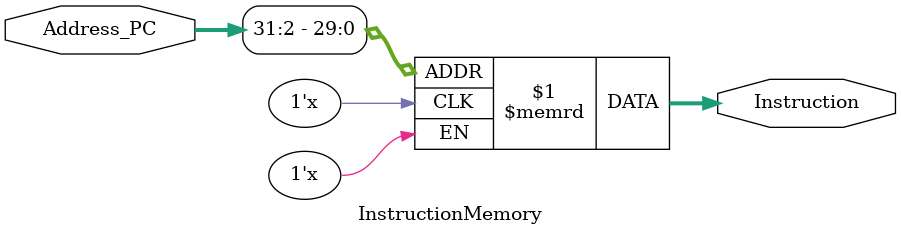
<source format=sv>
module InstructionMemory (
    input logic [31:0] Address_PC,

    output logic [31:0] Instruction
);

    // Declaración del Banco de Memoria (Instrucciones)
    // Se define un tamaño de 1024 palabras (4 KB de memoria de instrucciones)
    localparam MEM_SIZE = 1024; //por que 1024 y no mas o menos???
    logic [31:0] mem [MEM_SIZE-1:0];

    // Lógica Combinacional de Lectura
    // Las instrucciones son de 32 bits, por lo que las direcciones son múltiplos de 4.
    // Usamos Address_PC[31:2] para indexar la memoria de palabras (Word Addressing).
    assign Instruction = mem[Address_PC[31:2]];
endmodule
</source>
